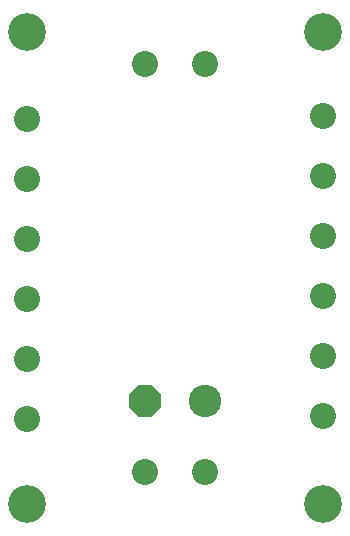
<source format=gbr>
G04 EAGLE Gerber X2 export*
%TF.Part,Single*%
%TF.FileFunction,Soldermask,Bot,1*%
%TF.FilePolarity,Negative*%
%TF.GenerationSoftware,Autodesk,EAGLE,9.1.0*%
%TF.CreationDate,2018-10-24T11:47:27Z*%
G75*
%MOMM*%
%FSLAX34Y34*%
%LPD*%
%AMOC8*
5,1,8,0,0,1.08239X$1,22.5*%
G01*
%ADD10C,3.203200*%
%ADD11C,2.203200*%
%ADD12C,2.743200*%
%ADD13P,2.969212X8X202.500000*%


D10*
X60000Y35000D03*
X310000Y35000D03*
X310000Y435000D03*
X60000Y435000D03*
D11*
X59750Y310389D03*
X59750Y361189D03*
X59750Y208789D03*
X59750Y259589D03*
X59750Y107189D03*
X59750Y157989D03*
X210611Y62250D03*
X159811Y62250D03*
X310250Y160911D03*
X310250Y110111D03*
X310250Y262511D03*
X310250Y211711D03*
X310250Y364111D03*
X310250Y313311D03*
X159389Y407750D03*
X210189Y407750D03*
D12*
X210400Y122500D03*
D13*
X159600Y122500D03*
M02*

</source>
